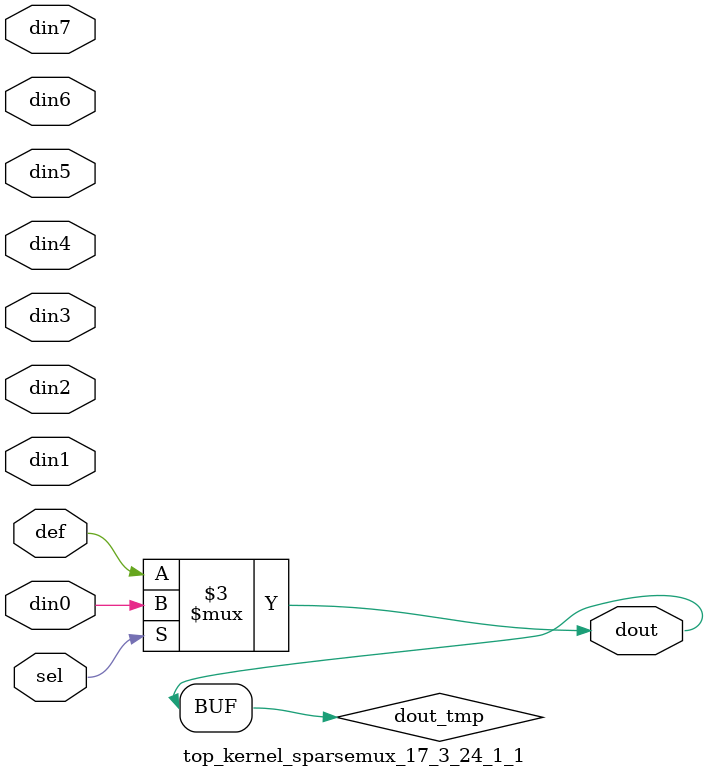
<source format=v>
`timescale 1ns / 1ps

module top_kernel_sparsemux_17_3_24_1_1 (din0,din1,din2,din3,din4,din5,din6,din7,def,sel,dout);

parameter din0_WIDTH = 1;

parameter din1_WIDTH = 1;

parameter din2_WIDTH = 1;

parameter din3_WIDTH = 1;

parameter din4_WIDTH = 1;

parameter din5_WIDTH = 1;

parameter din6_WIDTH = 1;

parameter din7_WIDTH = 1;

parameter def_WIDTH = 1;
parameter sel_WIDTH = 1;
parameter dout_WIDTH = 1;

parameter [sel_WIDTH-1:0] CASE0 = 1;

parameter [sel_WIDTH-1:0] CASE1 = 1;

parameter [sel_WIDTH-1:0] CASE2 = 1;

parameter [sel_WIDTH-1:0] CASE3 = 1;

parameter [sel_WIDTH-1:0] CASE4 = 1;

parameter [sel_WIDTH-1:0] CASE5 = 1;

parameter [sel_WIDTH-1:0] CASE6 = 1;

parameter [sel_WIDTH-1:0] CASE7 = 1;

parameter ID = 1;
parameter NUM_STAGE = 1;



input [din0_WIDTH-1:0] din0;

input [din1_WIDTH-1:0] din1;

input [din2_WIDTH-1:0] din2;

input [din3_WIDTH-1:0] din3;

input [din4_WIDTH-1:0] din4;

input [din5_WIDTH-1:0] din5;

input [din6_WIDTH-1:0] din6;

input [din7_WIDTH-1:0] din7;

input [def_WIDTH-1:0] def;
input [sel_WIDTH-1:0] sel;

output [dout_WIDTH-1:0] dout;



reg [dout_WIDTH-1:0] dout_tmp;


always @ (*) begin
(* parallel_case *) case (sel)
    
    CASE0 : dout_tmp = din0;
    
    CASE1 : dout_tmp = din1;
    
    CASE2 : dout_tmp = din2;
    
    CASE3 : dout_tmp = din3;
    
    CASE4 : dout_tmp = din4;
    
    CASE5 : dout_tmp = din5;
    
    CASE6 : dout_tmp = din6;
    
    CASE7 : dout_tmp = din7;
    
    default : dout_tmp = def;
endcase
end


assign dout = dout_tmp;



endmodule

</source>
